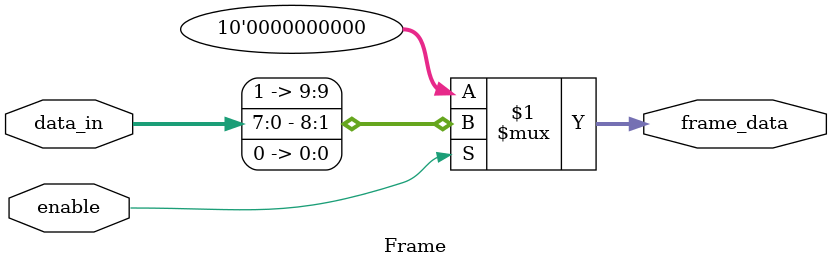
<source format=v>
module Frame #(parameter data_width = 8)(
  input[data_width-1:0] data_in,
  input enable,
  output[data_width+1:0] frame_data
);

assign frame_data = enable ? {1'b1, data_in, 1'b0} : {(data_width+2){1'b0}};

endmodule
</source>
